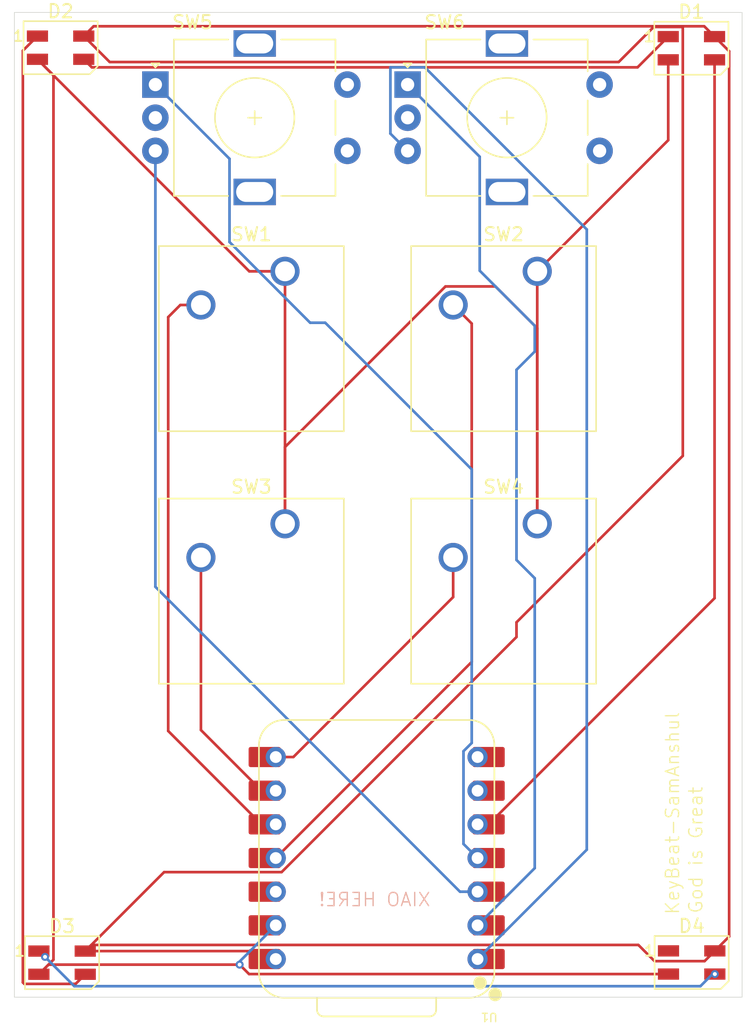
<source format=kicad_pcb>
(kicad_pcb (version 20241229) (generator "pcbnew") (generator_version "9.0")
  (layers (0 "F.Cu" signal) (2 "B.Cu" signal) (13 "F.Paste" user) (15 "B.Paste" user) (5 "F.SilkS" user "F.Silkscreen") (7 "B.SilkS" user "B.Silkscreen") (1 "F.Mask" user) (3 "B.Mask" user) (25 "Edge.Cuts" user))
  (net 0 "")
  (net 1 "+5V")
  (net 2 "Net-(D1-DOUT)")
  (net 3 "GND")
  (net 4 "Net-(D1-DIN)")
  (net 5 "Net-(D2-DOUT)")
  (net 6 "Net-(D3-DOUT)")
  (net 8 "Net-(U1-GPIO4{slash}MISO)")
  (net 9 "Net-(U1-GPIO3{slash}MOSI)")
  (net 10 "Net-(U1-GPIO2{slash}SCK)")
  (net 11 "Net-(U1-GPIO1{slash}RX)")
  (net 12 "Net-(U1-GPIO29{slash}ADC3{slash}A3)")
  (net 14 "Net-(U1-GPIO28{slash}ADC2{slash}A2)")
  (net 16 "Net-(U1-GPIO26{slash}ADC0{slash}A0)")
  (net 17 "Net-(U1-GPIO27{slash}ADC1{slash}A1)")
  (footprint "LED_SMD:LED_SK6812MINI_PLCC4_3.5x3.5mm_P1.75mm" (layer "F.Cu") (at 142.79 108.98)
    (property "Reference" "D4" (at 0 -2.75 0) (layer "F.SilkS"))
    (property "Value" "SK6812MINI")
    (fp_line (start -2.8 -2) (end -2.8 2) (stroke (width 0.12)) (layer "F.SilkS"))
    (fp_line (start -2.8 -2) (end 2.8 -2) (stroke (width 0.12)) (layer "F.SilkS"))
    (fp_line (start -2.8 2) (end 2.2 2) (stroke (width 0.12)) (layer "F.SilkS"))
    (fp_line (start 2.8 1.4) (end 2.2 2) (stroke (width 0.12)) (layer "F.SilkS"))
    (fp_line (start 2.8 1.4) (end 2.8 -2) (stroke (width 0.12)) (layer "F.SilkS"))
    (fp_text user "1" (at -3.2 -0.875 0) (layer "F.SilkS") (effects (font (size 0.8 0.8))))
    (pad "1" smd rect (at -1.75 -0.875) (size 1.6 0.85) (layers "F.Cu" "F.Mask" "F.Paste"))
    (pad "2" smd rect (at -1.75 0.875) (size 1.6 0.85) (layers "F.Cu" "F.Mask" "F.Paste") (net 3 "GND"))
    (pad "3" smd rect (at 1.75 0.875) (size 1.6 0.85) (layers "F.Cu" "F.Mask" "F.Paste") (net 6 "Net-(D3-DOUT)"))
    (pad "4" smd rect (at 1.75 -0.875) (size 1.6 0.85) (layers "F.Cu" "F.Mask" "F.Paste") (net 1 "+5V"))
  )
  (footprint "Button_Switch_Keyboard:SW_Cherry_MX_1.00u_PCB" (layer "F.Cu") (at 131.1275 56.8325)
    (property "Reference" "SW2" (at -2.54 -2.794 0) (layer "F.SilkS"))
    (property "Value" "SW_Push")
    (fp_line (start -9.525 -1.905) (end 4.445 -1.905) (stroke (width 0.12)) (layer "F.SilkS"))
    (fp_line (start -9.525 12.065) (end -9.525 -1.905) (stroke (width 0.12)) (layer "F.SilkS"))
    (fp_line (start 4.445 -1.905) (end 4.445 12.065) (stroke (width 0.12)) (layer "F.SilkS"))
    (fp_line (start 4.445 12.065) (end -9.525 12.065) (stroke (width 0.12)) (layer "F.SilkS"))
    (pad "" np_thru_hole circle (at -7.62 5.08) (size 1.7 1.7) (drill 1.7) (layers "*.Cu" "*.Mask"))
    (pad "" np_thru_hole circle (at -2.54 5.08) (size 4 4) (drill 4) (layers "*.Cu" "*.Mask"))
    (pad "" np_thru_hole circle (at 2.54 5.08) (size 1.7 1.7) (drill 1.7) (layers "*.Cu" "*.Mask"))
    (pad "1" thru_hole circle (at 0 0) (size 2.2 2.2) (drill 1.5) (layers "*.Cu" "*.Mask") (net 3 "GND"))
    (pad "2" thru_hole circle (at -6.35 2.54) (size 2.2 2.2) (drill 1.5) (layers "*.Cu" "*.Mask") (net 9 "Net-(U1-GPIO3{slash}MOSI)"))
  )
  (footprint "LED_SMD:LED_SK6812MINI_PLCC4_3.5x3.5mm_P1.75mm" (layer "F.Cu") (at 142.77 40)
    (property "Reference" "D1" (at 0 -2.75 0) (layer "F.SilkS"))
    (property "Value" "SK6812MINI")
    (fp_line (start -2.8 -2) (end -2.8 2) (stroke (width 0.12)) (layer "F.SilkS"))
    (fp_line (start -2.8 -2) (end 2.8 -2) (stroke (width 0.12)) (layer "F.SilkS"))
    (fp_line (start -2.8 2) (end 2.2 2) (stroke (width 0.12)) (layer "F.SilkS"))
    (fp_line (start 2.8 1.4) (end 2.2 2) (stroke (width 0.12)) (layer "F.SilkS"))
    (fp_line (start 2.8 1.4) (end 2.8 -2) (stroke (width 0.12)) (layer "F.SilkS"))
    (fp_text user "1" (at -3.2 -0.875 0) (layer "F.SilkS") (effects (font (size 0.8 0.8))))
    (pad "1" smd rect (at -1.75 -0.875) (size 1.6 0.85) (layers "F.Cu" "F.Mask" "F.Paste") (net 2 "Net-(D1-DOUT)"))
    (pad "2" smd rect (at -1.75 0.875) (size 1.6 0.85) (layers "F.Cu" "F.Mask" "F.Paste") (net 3 "GND"))
    (pad "3" smd rect (at 1.75 0.875) (size 1.6 0.85) (layers "F.Cu" "F.Mask" "F.Paste") (net 4 "Net-(D1-DIN)"))
    (pad "4" smd rect (at 1.75 -0.875) (size 1.6 0.85) (layers "F.Cu" "F.Mask" "F.Paste") (net 1 "+5V"))
  )
  (footprint "Rotary_Encoder:RotaryEncoder_Alps_EC11E-Switch_Vertical_H20mm" (layer "F.Cu") (at 121.3375 42.74375)
    (property "Reference" "SW6" (at 2.8 -4.7 0) (layer "F.SilkS"))
    (property "Value" "RotaryEncoder")
    (fp_line (start -0.3 -1.6) (end 0.3 -1.6) (stroke (width 0.12)) (layer "F.SilkS"))
    (fp_line (start 0 -1.3) (end -0.3 -1.6) (stroke (width 0.12)) (layer "F.SilkS"))
    (fp_line (start 0.3 -1.6) (end 0 -1.3) (stroke (width 0.12)) (layer "F.SilkS"))
    (fp_line (start 1.4 -3.4) (end 1.4 8.4) (stroke (width 0.12)) (layer "F.SilkS"))
    (fp_line (start 5.5 -3.4) (end 1.4 -3.4) (stroke (width 0.12)) (layer "F.SilkS"))
    (fp_line (start 5.5 8.4) (end 1.4 8.4) (stroke (width 0.12)) (layer "F.SilkS"))
    (fp_line (start 7 2.5) (end 8 2.5) (stroke (width 0.12)) (layer "F.SilkS"))
    (fp_line (start 7.5 2) (end 7.5 3) (stroke (width 0.12)) (layer "F.SilkS"))
    (fp_line (start 9.5 -3.4) (end 13.6 -3.4) (stroke (width 0.12)) (layer "F.SilkS"))
    (fp_line (start 13.6 -3.4) (end 13.6 -1) (stroke (width 0.12)) (layer "F.SilkS"))
    (fp_line (start 13.6 1.2) (end 13.6 3.8) (stroke (width 0.12)) (layer "F.SilkS"))
    (fp_line (start 13.6 6) (end 13.6 8.4) (stroke (width 0.12)) (layer "F.SilkS"))
    (fp_line (start 13.6 8.4) (end 9.5 8.4) (stroke (width 0.12)) (layer "F.SilkS"))
    (fp_circle (center 7.5 2.5) (end 10.5 2.5) (stroke (width 0.12)) (fill no) (layer "F.SilkS"))
    (pad "A" thru_hole rect (at 0 0) (size 2 2) (drill 1) (layers "*.Cu" "*.Mask") (net 17 "Net-(U1-GPIO27{slash}ADC1{slash}A1)"))
    (pad "B" thru_hole circle (at 0 5) (size 2 2) (drill 1) (layers "*.Cu" "*.Mask") (net 16 "Net-(U1-GPIO26{slash}ADC0{slash}A0)"))
    (pad "C" thru_hole circle (at 0 2.5) (size 2 2) (drill 1) (layers "*.Cu" "*.Mask"))
    (pad "MP" thru_hole rect (at 7.5 -3.1) (size 3.2 2) (drill oval 2.8 1.5) (layers "*.Cu" "*.Mask"))
    (pad "MP" thru_hole rect (at 7.5 8.1) (size 3.2 2) (drill oval 2.8 1.5) (layers "*.Cu" "*.Mask"))
    (pad "S1" thru_hole circle (at 14.5 5) (size 2 2) (drill 1) (layers "*.Cu" "*.Mask"))
    (pad "S2" thru_hole circle (at 14.5 0) (size 2 2) (drill 1) (layers "*.Cu" "*.Mask"))
  )
  (footprint "LED_SMD:LED_SK6812MINI_PLCC4_3.5x3.5mm_P1.75mm" (layer "F.Cu") (at 95.24 108.995)
    (property "Reference" "D3" (at 0 -2.75 0) (layer "F.SilkS"))
    (property "Value" "SK6812MINI")
    (fp_line (start -2.8 -2) (end -2.8 2) (stroke (width 0.12)) (layer "F.SilkS"))
    (fp_line (start -2.8 -2) (end 2.8 -2) (stroke (width 0.12)) (layer "F.SilkS"))
    (fp_line (start -2.8 2) (end 2.2 2) (stroke (width 0.12)) (layer "F.SilkS"))
    (fp_line (start 2.8 1.4) (end 2.2 2) (stroke (width 0.12)) (layer "F.SilkS"))
    (fp_line (start 2.8 1.4) (end 2.8 -2) (stroke (width 0.12)) (layer "F.SilkS"))
    (fp_text user "1" (at -3.2 -0.875 0) (layer "F.SilkS") (effects (font (size 0.8 0.8))))
    (pad "1" smd rect (at -1.75 -0.875) (size 1.6 0.85) (layers "F.Cu" "F.Mask" "F.Paste") (net 6 "Net-(D3-DOUT)"))
    (pad "2" smd rect (at -1.75 0.875) (size 1.6 0.85) (layers "F.Cu" "F.Mask" "F.Paste") (net 3 "GND"))
    (pad "3" smd rect (at 1.75 0.875) (size 1.6 0.85) (layers "F.Cu" "F.Mask" "F.Paste") (net 5 "Net-(D2-DOUT)"))
    (pad "4" smd rect (at 1.75 -0.875) (size 1.6 0.85) (layers "F.Cu" "F.Mask" "F.Paste") (net 1 "+5V"))
  )
  (footprint "Button_Switch_Keyboard:SW_Cherry_MX_1.00u_PCB" (layer "F.Cu") (at 112.0775 75.8825)
    (property "Reference" "SW3" (at -2.54 -2.794 0) (layer "F.SilkS"))
    (property "Value" "SW_Push")
    (fp_line (start -9.525 -1.905) (end 4.445 -1.905) (stroke (width 0.12)) (layer "F.SilkS"))
    (fp_line (start -9.525 12.065) (end -9.525 -1.905) (stroke (width 0.12)) (layer "F.SilkS"))
    (fp_line (start 4.445 -1.905) (end 4.445 12.065) (stroke (width 0.12)) (layer "F.SilkS"))
    (fp_line (start 4.445 12.065) (end -9.525 12.065) (stroke (width 0.12)) (layer "F.SilkS"))
    (pad "" np_thru_hole circle (at -7.62 5.08) (size 1.7 1.7) (drill 1.7) (layers "*.Cu" "*.Mask"))
    (pad "" np_thru_hole circle (at -2.54 5.08) (size 4 4) (drill 4) (layers "*.Cu" "*.Mask"))
    (pad "" np_thru_hole circle (at 2.54 5.08) (size 1.7 1.7) (drill 1.7) (layers "*.Cu" "*.Mask"))
    (pad "1" thru_hole circle (at 0 0) (size 2.2 2.2) (drill 1.5) (layers "*.Cu" "*.Mask") (net 3 "GND"))
    (pad "2" thru_hole circle (at -6.35 2.54) (size 2.2 2.2) (drill 1.5) (layers "*.Cu" "*.Mask") (net 10 "Net-(U1-GPIO2{slash}SCK)"))
  )
  (footprint "LED_SMD:LED_SK6812MINI_PLCC4_3.5x3.5mm_P1.75mm" (layer "F.Cu") (at 95.13 39.96)
    (property "Reference" "D2" (at 0 -2.75 0) (layer "F.SilkS"))
    (property "Value" "SK6812MINI")
    (fp_line (start -2.8 -2) (end -2.8 2) (stroke (width 0.12)) (layer "F.SilkS"))
    (fp_line (start -2.8 -2) (end 2.8 -2) (stroke (width 0.12)) (layer "F.SilkS"))
    (fp_line (start -2.8 2) (end 2.2 2) (stroke (width 0.12)) (layer "F.SilkS"))
    (fp_line (start 2.8 1.4) (end 2.2 2) (stroke (width 0.12)) (layer "F.SilkS"))
    (fp_line (start 2.8 1.4) (end 2.8 -2) (stroke (width 0.12)) (layer "F.SilkS"))
    (fp_text user "1" (at -3.2 -0.875 0) (layer "F.SilkS") (effects (font (size 0.8 0.8))))
    (pad "1" smd rect (at -1.75 -0.875) (size 1.6 0.85) (layers "F.Cu" "F.Mask" "F.Paste") (net 5 "Net-(D2-DOUT)"))
    (pad "2" smd rect (at -1.75 0.875) (size 1.6 0.85) (layers "F.Cu" "F.Mask" "F.Paste") (net 3 "GND"))
    (pad "3" smd rect (at 1.75 0.875) (size 1.6 0.85) (layers "F.Cu" "F.Mask" "F.Paste") (net 2 "Net-(D1-DOUT)"))
    (pad "4" smd rect (at 1.75 -0.875) (size 1.6 0.85) (layers "F.Cu" "F.Mask" "F.Paste") (net 1 "+5V"))
  )
  (footprint "Button_Switch_Keyboard:SW_Cherry_MX_1.00u_PCB" (layer "F.Cu") (at 131.1275 75.8825)
    (property "Reference" "SW4" (at -2.54 -2.794 0) (layer "F.SilkS"))
    (property "Value" "SW_Push")
    (fp_line (start -9.525 -1.905) (end 4.445 -1.905) (stroke (width 0.12)) (layer "F.SilkS"))
    (fp_line (start -9.525 12.065) (end -9.525 -1.905) (stroke (width 0.12)) (layer "F.SilkS"))
    (fp_line (start 4.445 -1.905) (end 4.445 12.065) (stroke (width 0.12)) (layer "F.SilkS"))
    (fp_line (start 4.445 12.065) (end -9.525 12.065) (stroke (width 0.12)) (layer "F.SilkS"))
    (pad "" np_thru_hole circle (at -7.62 5.08) (size 1.7 1.7) (drill 1.7) (layers "*.Cu" "*.Mask"))
    (pad "" np_thru_hole circle (at -2.54 5.08) (size 4 4) (drill 4) (layers "*.Cu" "*.Mask"))
    (pad "" np_thru_hole circle (at 2.54 5.08) (size 1.7 1.7) (drill 1.7) (layers "*.Cu" "*.Mask"))
    (pad "1" thru_hole circle (at 0 0) (size 2.2 2.2) (drill 1.5) (layers "*.Cu" "*.Mask") (net 3 "GND"))
    (pad "2" thru_hole circle (at -6.35 2.54) (size 2.2 2.2) (drill 1.5) (layers "*.Cu" "*.Mask") (net 11 "Net-(U1-GPIO1{slash}RX)"))
  )
  (footprint "OPL:XIAO-RP2040-DIP" (layer "F.Cu") (at 119 101.1 180)
    (property "Reference" "U1" (at -8.5 -12 180) (layer "F.SilkS") (effects (font (size 0.635 0.635) (thickness 0.1016))))
    (property "Value" "XIAO-RP2040-DIP")
    (fp_line (start 8.89 8.509) (end 8.89 -8.636) (stroke (width 0.127)) (layer "F.SilkS"))
    (fp_line (start 6.985 -10.541) (end -6.985 -10.541) (stroke (width 0.1)) (layer "F.SilkS"))
    (fp_line (start 6.985 -10.541) (end -6.985 -10.541) (stroke (width 0.127)) (layer "F.SilkS"))
    (fp_line (start 4.504 -11.451) (end 4.504 -10.541) (stroke (width 0.127)) (layer "F.SilkS"))
    (fp_line (start -3.991272 -11.951) (end 4.004 -11.951) (stroke (width 0.127)) (layer "F.SilkS"))
    (fp_line (start -4.495 -10.541) (end -4.491272 -11.451272) (stroke (width 0.127)) (layer "F.SilkS"))
    (fp_line (start -6.985 10.414) (end 6.985 10.414) (stroke (width 0.127)) (layer "F.SilkS"))
    (fp_line (start -8.89 8.509) (end -8.89 -8.636) (stroke (width 0.127)) (layer "F.SilkS"))
    (fp_arc (start 8.89 8.509) (mid 8.332038 9.856038) (end 6.985 10.414) (stroke (width 0.127)) (layer "F.SilkS"))
    (fp_arc (start 6.985 -10.541) (mid 8.332038 -9.983038) (end 8.89 -8.636) (stroke (width 0.127)) (layer "F.SilkS"))
    (fp_arc (start 4.004 -11.951) (mid 4.357553 -11.804553) (end 4.504 -11.451) (stroke (width 0.127)) (layer "F.SilkS"))
    (fp_arc (start -4.491272 -11.451272) (mid -4.344728 -11.80464) (end -3.991272 -11.951) (stroke (width 0.127)) (layer "F.SilkS"))
    (fp_arc (start -6.985 10.414) (mid -8.332038 9.856038) (end -8.89 8.509) (stroke (width 0.127)) (layer "F.SilkS"))
    (fp_arc (start -8.89 -8.636) (mid -8.332038 -9.983038) (end -6.985 -10.541) (stroke (width 0.127)) (layer "F.SilkS"))
    (fp_circle (center -7.807 -9.42) (end -7.807 -9.674) (stroke (width 0.5)) (fill yes) (layer "F.SilkS"))
    (fp_circle (center -8.95 -10.3) (end -8.95 -10.554) (stroke (width 0.5)) (fill yes) (layer "F.SilkS"))
    (pad "1" smd roundrect (at -8.455 -7.62) (size 2.432 1.524) (layers "F.Cu" "F.Mask") (roundrect_rratio 0.1) (net 16 "Net-(U1-GPIO26{slash}ADC0{slash}A0)"))
    (pad "1" thru_hole circle (at -7.62 -7.62) (size 1.524 1.524) (drill 0.889) (layers "*.Cu" "*.Mask") (net 16 "Net-(U1-GPIO26{slash}ADC0{slash}A0)"))
    (pad "2" smd roundrect (at -8.455 -5.08) (size 2.432 1.524) (layers "F.Cu" "F.Mask") (roundrect_rratio 0.1) (net 17 "Net-(U1-GPIO27{slash}ADC1{slash}A1)"))
    (pad "2" thru_hole circle (at -7.62 -5.08) (size 1.524 1.524) (drill 0.889) (layers "*.Cu" "*.Mask") (net 17 "Net-(U1-GPIO27{slash}ADC1{slash}A1)"))
    (pad "3" smd roundrect (at -8.455 -2.54) (size 2.432 1.524) (layers "F.Cu" "F.Mask") (roundrect_rratio 0.1) (net 14 "Net-(U1-GPIO28{slash}ADC2{slash}A2)"))
    (pad "3" thru_hole circle (at -7.62 -2.54) (size 1.524 1.524) (drill 0.889) (layers "*.Cu" "*.Mask") (net 14 "Net-(U1-GPIO28{slash}ADC2{slash}A2)"))
    (pad "4" smd roundrect (at -8.455 0) (size 2.432 1.524) (layers "F.Cu" "F.Mask") (roundrect_rratio 0.1) (net 12 "Net-(U1-GPIO29{slash}ADC3{slash}A3)"))
    (pad "4" thru_hole circle (at -7.62 0) (size 1.524 1.524) (drill 0.889) (layers "*.Cu" "*.Mask") (net 12 "Net-(U1-GPIO29{slash}ADC3{slash}A3)"))
    (pad "5" smd roundrect (at -8.455 2.54) (size 2.432 1.524) (layers "F.Cu" "F.Mask") (roundrect_rratio 0.1) (net 4 "Net-(D1-DIN)"))
    (pad "5" thru_hole circle (at -7.62 2.54) (size 1.524 1.524) (drill 0.889) (layers "*.Cu" "*.Mask") (net 4 "Net-(D1-DIN)"))
    (pad "6" smd roundrect (at -8.455 5.08) (size 2.432 1.524) (layers "F.Cu" "F.Mask") (roundrect_rratio 0.1))
    (pad "6" thru_hole circle (at -7.62 5.08) (size 1.524 1.524) (drill 0.889) (layers "*.Cu" "*.Mask"))
    (pad "7" smd roundrect (at -8.455 7.62) (size 2.432 1.524) (layers "F.Cu" "F.Mask") (roundrect_rratio 0.1))
    (pad "7" thru_hole circle (at -7.62 7.62) (size 1.524 1.524) (drill 0.889) (layers "*.Cu" "*.Mask"))
    (pad "8" thru_hole circle (at 7.62 7.62 180) (size 1.524 1.524) (drill 0.889) (layers "*.Cu" "*.Mask") (net 11 "Net-(U1-GPIO1{slash}RX)"))
    (pad "8" smd roundrect (at 8.455 7.62 180) (size 2.432 1.524) (layers "F.Cu" "F.Mask") (roundrect_rratio 0.1) (net 11 "Net-(U1-GPIO1{slash}RX)"))
    (pad "9" thru_hole circle (at 7.62 5.08 180) (size 1.524 1.524) (drill 0.889) (layers "*.Cu" "*.Mask") (net 10 "Net-(U1-GPIO2{slash}SCK)"))
    (pad "9" smd roundrect (at 8.455 5.08 180) (size 2.432 1.524) (layers "F.Cu" "F.Mask") (roundrect_rratio 0.1) (net 10 "Net-(U1-GPIO2{slash}SCK)"))
    (pad "10" thru_hole circle (at 7.62 2.54 180) (size 1.524 1.524) (drill 0.889) (layers "*.Cu" "*.Mask") (net 8 "Net-(U1-GPIO4{slash}MISO)"))
    (pad "10" smd roundrect (at 8.455 2.54 180) (size 2.432 1.524) (layers "F.Cu" "F.Mask") (roundrect_rratio 0.1) (net 8 "Net-(U1-GPIO4{slash}MISO)"))
    (pad "11" thru_hole circle (at 7.62 0 180) (size 1.524 1.524) (drill 0.889) (layers "*.Cu" "*.Mask") (net 9 "Net-(U1-GPIO3{slash}MOSI)"))
    (pad "11" smd roundrect (at 8.455 0 180) (size 2.432 1.524) (layers "F.Cu" "F.Mask") (roundrect_rratio 0.1) (net 9 "Net-(U1-GPIO3{slash}MOSI)"))
    (pad "12" thru_hole circle (at 7.62 -2.54 180) (size 1.524 1.524) (drill 0.889) (layers "*.Cu" "*.Mask"))
    (pad "12" smd roundrect (at 8.455 -2.54 180) (size 2.432 1.524) (layers "F.Cu" "F.Mask") (roundrect_rratio 0.1))
    (pad "13" thru_hole circle (at 7.62 -5.08 180) (size 1.524 1.524) (drill 0.889) (layers "*.Cu" "*.Mask") (net 3 "GND"))
    (pad "13" smd roundrect (at 8.455 -5.08 180) (size 2.432 1.524) (layers "F.Cu" "F.Mask") (roundrect_rratio 0.1) (net 3 "GND"))
    (pad "14" thru_hole circle (at 7.62 -7.62 180) (size 1.524 1.524) (drill 0.889) (layers "*.Cu" "*.Mask") (net 1 "+5V"))
    (pad "14" smd roundrect (at 8.455 -7.62 180) (size 2.432 1.524) (layers "F.Cu" "F.Mask") (roundrect_rratio 0.1) (net 1 "+5V"))
  )
  (footprint "Button_Switch_Keyboard:SW_Cherry_MX_1.00u_PCB" (layer "F.Cu") (at 112.0775 56.8325)
    (property "Reference" "SW1" (at -2.54 -2.794 0) (layer "F.SilkS"))
    (property "Value" "SW_Push")
    (fp_line (start -9.525 -1.905) (end 4.445 -1.905) (stroke (width 0.12)) (layer "F.SilkS"))
    (fp_line (start -9.525 12.065) (end -9.525 -1.905) (stroke (width 0.12)) (layer "F.SilkS"))
    (fp_line (start 4.445 -1.905) (end 4.445 12.065) (stroke (width 0.12)) (layer "F.SilkS"))
    (fp_line (start 4.445 12.065) (end -9.525 12.065) (stroke (width 0.12)) (layer "F.SilkS"))
    (pad "" np_thru_hole circle (at -7.62 5.08) (size 1.7 1.7) (drill 1.7) (layers "*.Cu" "*.Mask"))
    (pad "" np_thru_hole circle (at -2.54 5.08) (size 4 4) (drill 4) (layers "*.Cu" "*.Mask"))
    (pad "" np_thru_hole circle (at 2.54 5.08) (size 1.7 1.7) (drill 1.7) (layers "*.Cu" "*.Mask"))
    (pad "1" thru_hole circle (at 0 0) (size 2.2 2.2) (drill 1.5) (layers "*.Cu" "*.Mask") (net 3 "GND"))
    (pad "2" thru_hole circle (at -6.35 2.54) (size 2.2 2.2) (drill 1.5) (layers "*.Cu" "*.Mask") (net 8 "Net-(U1-GPIO4{slash}MISO)"))
  )
  (footprint "Rotary_Encoder:RotaryEncoder_Alps_EC11E-Switch_Vertical_H20mm" (layer "F.Cu") (at 102.2875 42.74375)
    (property "Reference" "SW5" (at 2.8 -4.7 0) (layer "F.SilkS"))
    (property "Value" "RotaryEncoder")
    (fp_line (start -0.3 -1.6) (end 0.3 -1.6) (stroke (width 0.12)) (layer "F.SilkS"))
    (fp_line (start 0 -1.3) (end -0.3 -1.6) (stroke (width 0.12)) (layer "F.SilkS"))
    (fp_line (start 0.3 -1.6) (end 0 -1.3) (stroke (width 0.12)) (layer "F.SilkS"))
    (fp_line (start 1.4 -3.4) (end 1.4 8.4) (stroke (width 0.12)) (layer "F.SilkS"))
    (fp_line (start 5.5 -3.4) (end 1.4 -3.4) (stroke (width 0.12)) (layer "F.SilkS"))
    (fp_line (start 5.5 8.4) (end 1.4 8.4) (stroke (width 0.12)) (layer "F.SilkS"))
    (fp_line (start 7 2.5) (end 8 2.5) (stroke (width 0.12)) (layer "F.SilkS"))
    (fp_line (start 7.5 2) (end 7.5 3) (stroke (width 0.12)) (layer "F.SilkS"))
    (fp_line (start 9.5 -3.4) (end 13.6 -3.4) (stroke (width 0.12)) (layer "F.SilkS"))
    (fp_line (start 13.6 -3.4) (end 13.6 -1) (stroke (width 0.12)) (layer "F.SilkS"))
    (fp_line (start 13.6 1.2) (end 13.6 3.8) (stroke (width 0.12)) (layer "F.SilkS"))
    (fp_line (start 13.6 6) (end 13.6 8.4) (stroke (width 0.12)) (layer "F.SilkS"))
    (fp_line (start 13.6 8.4) (end 9.5 8.4) (stroke (width 0.12)) (layer "F.SilkS"))
    (fp_circle (center 7.5 2.5) (end 10.5 2.5) (stroke (width 0.12)) (fill no) (layer "F.SilkS"))
    (pad "A" thru_hole rect (at 0 0) (size 2 2) (drill 1) (layers "*.Cu" "*.Mask") (net 12 "Net-(U1-GPIO29{slash}ADC3{slash}A3)"))
    (pad "B" thru_hole circle (at 0 5) (size 2 2) (drill 1) (layers "*.Cu" "*.Mask") (net 14 "Net-(U1-GPIO28{slash}ADC2{slash}A2)"))
    (pad "C" thru_hole circle (at 0 2.5) (size 2 2) (drill 1) (layers "*.Cu" "*.Mask"))
    (pad "MP" thru_hole rect (at 7.5 -3.1) (size 3.2 2) (drill oval 2.8 1.5) (layers "*.Cu" "*.Mask"))
    (pad "MP" thru_hole rect (at 7.5 8.1) (size 3.2 2) (drill oval 2.8 1.5) (layers "*.Cu" "*.Mask"))
    (pad "S1" thru_hole circle (at 14.5 5) (size 2 2) (drill 1) (layers "*.Cu" "*.Mask"))
    (pad "S2" thru_hole circle (at 14.5 0) (size 2 2) (drill 1) (layers "*.Cu" "*.Mask"))
  )
  (gr_rect (start 91.64 37.3) (end 146.6 111.6) (stroke (width 0.05)) (fill no) (layer "Edge.Cuts"))
  (gr_text "KeyBeat-SamAnshul" (at 141.93 105.43 90) (layer "F.SilkS") (effects (font (size 1 1) (thickness 0.1)) (justify left bottom)))
  (gr_text "God is Great\n" (at 143.69 105.35 90) (layer "F.SilkS") (effects (font (size 1 1) (thickness 0.1)) (justify left bottom)))
  (gr_text "XIAO HERE!\n" (at 123.13 104.82 0) (layer "B.SilkS") (effects (font (size 1 1) (thickness 0.1)) (justify left bottom mirror)))
  (segment (start 139.919 38.399) (end 137.27625 41.04175) (width 0.2) (layer "F.Cu") (net 1))
  (segment (start 96.99 108.12) (end 97.453 107.657) (width 0.2) (layer "F.Cu") (net 1))
  (segment (start 111.82031 102.163) (end 129.561316 84.421994) (width 0.2) (layer "F.Cu") (net 1))
  (segment (start 137.27625 41.04175) (end 98.83675 41.04175) (width 0.2) (layer "F.Cu") (net 1))
  (segment (start 110.78 108.12) (end 111.38 108.72) (width 0.2) (layer "F.Cu") (net 1))
  (segment (start 98.83675 41.04175) (end 96.88 39.085) (width 0.2) (layer "F.Cu") (net 1))
  (segment (start 145.621 40.226) (end 144.52 39.125) (width 0.2) (layer "F.Cu") (net 1))
  (segment (start 143.765 108.88) (end 144.54 108.105) (width 0.2) (layer "F.Cu") (net 1))
  (segment (start 138.765 107.657) (end 139.988 108.88) (width 0.2) (layer "F.Cu") (net 1))
  (segment (start 129.561316 84.421994) (end 129.561316 83.3135) (width 0.2) (layer "F.Cu") (net 1))
  (segment (start 97.453 107.657) (end 138.765 107.657) (width 0.2) (layer "F.Cu") (net 1))
  (segment (start 96.99 108.12) (end 110.78 108.12) (width 0.2) (layer "F.Cu") (net 1))
  (segment (start 142.121 70.753816) (end 142.121 38.399) (width 0.2) (layer "F.Cu") (net 1))
  (segment (start 143.73775 38.34275) (end 144.52 39.125) (width 0.2) (layer "F.Cu") (net 1))
  (segment (start 142.121 38.399) (end 139.919 38.399) (width 0.2) (layer "F.Cu") (net 1))
  (segment (start 102.947 102.163) (end 111.82031 102.163) (width 0.2) (layer "F.Cu") (net 1))
  (segment (start 145.621 107.024) (end 145.621 40.226) (width 0.2) (layer "F.Cu") (net 1))
  (segment (start 97.62225 38.34275) (end 143.73775 38.34275) (width 0.2) (layer "F.Cu") (net 1))
  (segment (start 96.99 108.12) (end 102.947 102.163) (width 0.2) (layer "F.Cu") (net 1))
  (segment (start 139.988 108.88) (end 143.765 108.88) (width 0.2) (layer "F.Cu") (net 1))
  (segment (start 129.561316 83.3135) (end 142.121 70.753816) (width 0.2) (layer "F.Cu") (net 1))
  (segment (start 144.54 108.105) (end 145.621 107.024) (width 0.2) (layer "F.Cu") (net 1))
  (segment (start 96.88 39.085) (end 97.62225 38.34275) (width 0.2) (layer "F.Cu") (net 1))
  (segment (start 97.48775 41.44275) (end 138.70225 41.44275) (width 0.2) (layer "F.Cu") (net 2))
  (segment (start 96.88 40.835) (end 97.48775 41.44275) (width 0.2) (layer "F.Cu") (net 2))
  (segment (start 138.70225 41.44275) (end 141.02 39.125) (width 0.2) (layer "F.Cu") (net 2))
  (segment (start 94.591 42.046) (end 94.591 108.769) (width 0.2) (layer "F.Cu") (net 3))
  (segment (start 141.04 109.855) (end 109.361374 109.855) (width 0.2) (layer "F.Cu") (net 3))
  (segment (start 131.1275 56.8325) (end 141.02 46.94) (width 0.2) (layer "F.Cu") (net 3))
  (segment (start 127.971316 57.9715) (end 124.197186 57.9715) (width 0.2) (layer "F.Cu") (net 3))
  (segment (start 93.38 40.835) (end 94.591 42.046) (width 0.2) (layer "F.Cu") (net 3))
  (segment (start 108.650374 109.144) (end 94.216 109.144) (width 0.2) (layer "F.Cu") (net 3))
  (segment (start 112.0775 56.8325) (end 109.3775 56.8325) (width 0.2) (layer "F.Cu") (net 3))
  (segment (start 131.1275 56.8325) (end 131.1275 75.8825) (width 0.2) (layer "F.Cu") (net 3))
  (segment (start 94.216 109.144) (end 93.49 109.87) (width 0.2) (layer "F.Cu") (net 3))
  (segment (start 112.0775 70.091186) (end 112.0775 75.8825) (width 0.2) (layer "F.Cu") (net 3))
  (segment (start 94.591 108.769) (end 93.49 109.87) (width 0.2) (layer "F.Cu") (net 3))
  (segment (start 131.1275 75.8825) (end 131.1275 61.127684) (width 0.2) (layer "F.Cu") (net 3))
  (segment (start 131.1275 61.127684) (end 127.971316 57.9715) (width 0.2) (layer "F.Cu") (net 3))
  (segment (start 112.0775 75.8825) (end 112.0775 56.8325) (width 0.2) (layer "F.Cu") (net 3))
  (segment (start 141.02 46.94) (end 141.02 40.875) (width 0.2) (layer "F.Cu") (net 3))
  (segment (start 109.361374 109.855) (end 108.650374 109.144) (width 0.2) (layer "F.Cu") (net 3))
  (segment (start 124.197186 57.9715) (end 112.0775 70.091186) (width 0.2) (layer "F.Cu") (net 3))
  (segment (start 109.3775 56.8325) (end 93.38 40.835) (width 0.2) (layer "F.Cu") (net 3))
  (via (at 108.650374 109.144) (size 0.6) (drill 0.3) (layers "F.Cu" "B.Cu") (net 3))
  (segment (start 111.38 106.18) (end 108.650374 108.909626) (width 0.2) (layer "B.Cu") (net 3))
  (segment (start 108.650374 108.909626) (end 108.650374 109.144) (width 0.2) (layer "B.Cu") (net 3))
  (segment (start 144.52 40.875) (end 144.52 81.495) (width 0.2) (layer "F.Cu") (net 4))
  (segment (start 144.52 81.495) (end 127.455 98.56) (width 0.2) (layer "F.Cu") (net 4))
  (segment (start 92.389 110.596) (end 96.264 110.596) (width 0.2) (layer "F.Cu") (net 5))
  (segment (start 92.279 40.186) (end 92.279 110.486) (width 0.2) (layer "F.Cu") (net 5))
  (segment (start 96.264 110.596) (end 96.99 109.87) (width 0.2) (layer "F.Cu") (net 5))
  (segment (start 93.38 39.085) (end 92.279 40.186) (width 0.2) (layer "F.Cu") (net 5))
  (segment (start 92.279 110.486) (end 92.389 110.596) (width 0.2) (layer "F.Cu") (net 5))
  (segment (start 93.49 108.12) (end 94.19 108.12) (width 0.2) (layer "F.Cu") (net 6))
  (segment (start 93.49 108.12) (end 93.515643 108.12) (width 0.2) (layer "F.Cu") (net 6))
  (segment (start 93.515643 108.12) (end 93.953557 108.557914) (width 0.2) (layer "F.Cu") (net 6))
  (via (at 93.953557 108.557914) (size 0.6) (drill 0.3) (layers "F.Cu" "B.Cu") (net 6))
  (via (at 144.54 109.855) (size 0.6) (drill 0.3) (layers "F.Cu" "B.Cu") (net 6))
  (segment (start 144.365 109.855) (end 144.54 109.855) (width 0.2) (layer "B.Cu") (net 6))
  (segment (start 143.45 110.77) (end 144.365 109.855) (width 0.2) (layer "B.Cu") (net 6))
  (segment (start 96.165643 110.77) (end 143.45 110.77) (width 0.2) (layer "B.Cu") (net 6))
  (segment (start 93.953557 108.557914) (end 96.165643 110.77) (width 0.2) (layer "B.Cu") (net 6))
  (segment (start 104.171866 59.3725) (end 103.2565 60.287866) (width 0.2) (layer "F.Cu") (net 8))
  (segment (start 103.2565 60.287866) (end 103.2565 91.51413) (width 0.2) (layer "F.Cu") (net 8))
  (segment (start 105.7275 59.3725) (end 104.171866 59.3725) (width 0.2) (layer "F.Cu") (net 8))
  (segment (start 103.2565 91.51413) (end 110.30237 98.56) (width 0.2) (layer "F.Cu") (net 8))
  (segment (start 110.30237 98.56) (end 111.38 98.56) (width 0.2) (layer "F.Cu") (net 8))
  (segment (start 124.7775 59.3725) (end 126.1785 60.7735) (width 0.2) (layer "F.Cu") (net 9))
  (segment (start 126.1785 60.7735) (end 126.1785 86.3015) (width 0.2) (layer "F.Cu") (net 9))
  (segment (start 126.1785 86.3015) (end 111.38 101.1) (width 0.2) (layer "F.Cu") (net 9))
  (segment (start 105.7275 91.44513) (end 110.30237 96.02) (width 0.2) (layer "F.Cu") (net 10))
  (segment (start 110.30237 96.02) (end 111.38 96.02) (width 0.2) (layer "F.Cu") (net 10))
  (segment (start 105.7275 78.4225) (end 105.7275 91.44513) (width 0.2) (layer "F.Cu") (net 10))
  (segment (start 112.71 93.48) (end 111.38 93.48) (width 0.2) (layer "F.Cu") (net 11))
  (segment (start 124.7775 78.4225) (end 124.7775 81.4125) (width 0.2) (layer "F.Cu") (net 11))
  (segment (start 124.7775 81.4125) (end 112.71 93.48) (width 0.2) (layer "F.Cu") (net 11))
  (segment (start 125.557 100.037) (end 126.62 101.1) (width 0.2) (layer "B.Cu") (net 12))
  (segment (start 126.17969 71.77622) (end 126.17969 92.417) (width 0.2) (layer "B.Cu") (net 12))
  (segment (start 125.557 93.03969) (end 125.557 100.037) (width 0.2) (layer "B.Cu") (net 12))
  (segment (start 102.2875 42.74375) (end 107.8865 48.34275) (width 0.2) (layer "B.Cu") (net 12))
  (segment (start 113.975186 60.7115) (end 115.11497 60.7115) (width 0.2) (layer "B.Cu") (net 12))
  (segment (start 115.11497 60.7115) (end 126.17969 71.77622) (width 0.2) (layer "B.Cu") (net 12))
  (segment (start 107.8865 48.34275) (end 107.8865 54.622814) (width 0.2) (layer "B.Cu") (net 12))
  (segment (start 107.8865 54.622814) (end 113.975186 60.7115) (width 0.2) (layer "B.Cu") (net 12))
  (segment (start 126.17969 92.417) (end 125.557 93.03969) (width 0.2) (layer "B.Cu") (net 12))
  (segment (start 125.293 103.64) (end 126.62 103.64) (width 0.2) (layer "B.Cu") (net 14))
  (segment (start 102.2875 80.6345) (end 125.293 103.64) (width 0.2) (layer "B.Cu") (net 14))
  (segment (start 102.2875 47.74375) (end 102.2875 80.6345) (width 0.2) (layer "B.Cu") (net 14))
  (segment (start 134.8685 53.67275) (end 134.8685 100.4715) (width 0.2) (layer "B.Cu") (net 16))
  (segment (start 122.6385 41.44275) (end 134.8685 53.67275) (width 0.2) (layer "B.Cu") (net 16))
  (segment (start 120.0365 41.44275) (end 122.6385 41.44275) (width 0.2) (layer "B.Cu") (net 16))
  (segment (start 121.3375 47.74375) (end 120.0365 46.44275) (width 0.2) (layer "B.Cu") (net 16))
  (segment (start 134.8685 100.4715) (end 126.62 108.72) (width 0.2) (layer "B.Cu") (net 16))
  (segment (start 120.0365 46.44275) (end 120.0365 41.44275) (width 0.2) (layer "B.Cu") (net 16))
  (segment (start 129.561316 78.6115) (end 130.9385 79.988684) (width 0.2) (layer "B.Cu") (net 17))
  (segment (start 130.9385 101.8615) (end 126.62 106.18) (width 0.2) (layer "B.Cu") (net 17))
  (segment (start 130.9385 60.938684) (end 130.9385 62.886316) (width 0.2) (layer "B.Cu") (net 17))
  (segment (start 126.78375 48.19) (end 126.78375 56.783934) (width 0.2) (layer "B.Cu") (net 17))
  (segment (start 126.78375 56.783934) (end 130.9385 60.938684) (width 0.2) (layer "B.Cu") (net 17))
  (segment (start 129.561316 64.2635) (end 129.561316 78.6115) (width 0.2) (layer "B.Cu") (net 17))
  (segment (start 121.3375 42.74375) (end 126.78375 48.19) (width 0.2) (layer "B.Cu") (net 17))
  (segment (start 130.9385 62.886316) (end 129.561316 64.2635) (width 0.2) (layer "B.Cu") (net 17))
  (segment (start 130.9385 79.988684) (end 130.9385 101.8615) (width 0.2) (layer "B.Cu") (net 17))
)
</source>
